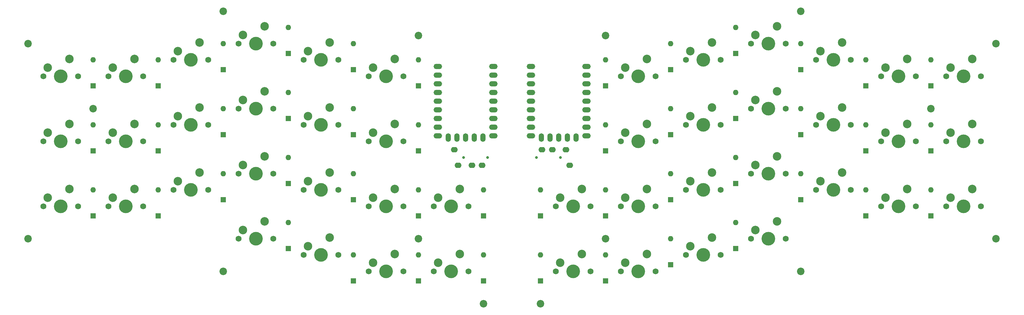
<source format=gbs>
G04 #@! TF.GenerationSoftware,KiCad,Pcbnew,7.0.8*
G04 #@! TF.CreationDate,2023-12-05T18:43:10+09:00*
G04 #@! TF.ProjectId,Keyboard,4b657962-6f61-4726-942e-6b696361645f,rev?*
G04 #@! TF.SameCoordinates,Original*
G04 #@! TF.FileFunction,Soldermask,Bot*
G04 #@! TF.FilePolarity,Negative*
%FSLAX46Y46*%
G04 Gerber Fmt 4.6, Leading zero omitted, Abs format (unit mm)*
G04 Created by KiCad (PCBNEW 7.0.8) date 2023-12-05 18:43:10*
%MOMM*%
%LPD*%
G01*
G04 APERTURE LIST*
%ADD10C,1.750000*%
%ADD11C,4.000000*%
%ADD12C,2.500000*%
%ADD13C,2.200000*%
%ADD14C,0.800000*%
%ADD15O,2.000000X1.600000*%
%ADD16O,2.500000X1.500000*%
%ADD17O,1.500000X2.500000*%
%ADD18R,1.600000X1.600000*%
%ADD19O,1.600000X1.600000*%
G04 APERTURE END LIST*
D10*
X33020000Y-76200000D03*
D11*
X38100000Y-76200000D03*
D10*
X43180000Y-76200000D03*
D12*
X34290000Y-73660000D03*
X40640000Y-71120000D03*
D13*
X292893750Y-28575000D03*
X292893750Y-85725000D03*
D10*
X221138750Y-47625000D03*
D11*
X226218750Y-47625000D03*
D10*
X231298750Y-47625000D03*
D12*
X222408750Y-45085000D03*
X228758750Y-42545000D03*
D13*
X9525000Y-28575000D03*
D10*
X183038750Y-76200000D03*
D11*
X188118750Y-76200000D03*
D10*
X193198750Y-76200000D03*
D12*
X184308750Y-73660000D03*
X190658750Y-71120000D03*
D10*
X33020000Y-38100000D03*
D11*
X38100000Y-38100000D03*
D10*
X43180000Y-38100000D03*
D12*
X34290000Y-35560000D03*
X40640000Y-33020000D03*
D10*
X259238750Y-76200000D03*
D11*
X264318750Y-76200000D03*
D10*
X269398750Y-76200000D03*
D12*
X260508750Y-73660000D03*
X266858750Y-71120000D03*
D10*
X221138750Y-28575000D03*
D11*
X226218750Y-28575000D03*
D10*
X231298750Y-28575000D03*
D12*
X222408750Y-26035000D03*
X228758750Y-23495000D03*
D10*
X202088750Y-52387500D03*
D11*
X207168750Y-52387500D03*
D10*
X212248750Y-52387500D03*
D12*
X203358750Y-49847500D03*
X209708750Y-47307500D03*
D10*
X109220000Y-38100000D03*
D11*
X114300000Y-38100000D03*
D10*
X119380000Y-38100000D03*
D12*
X110490000Y-35560000D03*
X116840000Y-33020000D03*
D10*
X71120000Y-47625000D03*
D11*
X76200000Y-47625000D03*
D10*
X81280000Y-47625000D03*
D12*
X72390000Y-45085000D03*
X78740000Y-42545000D03*
D10*
X52070000Y-71437500D03*
D11*
X57150000Y-71437500D03*
D10*
X62230000Y-71437500D03*
D12*
X53340000Y-68897500D03*
X59690000Y-66357500D03*
D13*
X178593750Y-26193750D03*
D10*
X183038750Y-57150000D03*
D11*
X188118750Y-57150000D03*
D10*
X193198750Y-57150000D03*
D12*
X184308750Y-54610000D03*
X190658750Y-52070000D03*
D10*
X13970000Y-38100000D03*
D11*
X19050000Y-38100000D03*
D10*
X24130000Y-38100000D03*
D12*
X15240000Y-35560000D03*
X21590000Y-33020000D03*
D10*
X278288750Y-57150000D03*
D11*
X283368750Y-57150000D03*
D10*
X288448750Y-57150000D03*
D12*
X279558750Y-54610000D03*
X285908750Y-52070000D03*
D10*
X202088750Y-90487500D03*
D11*
X207168750Y-90487500D03*
D10*
X212248750Y-90487500D03*
D12*
X203358750Y-87947500D03*
X209708750Y-85407500D03*
D13*
X28575000Y-47625000D03*
D14*
X144037500Y-61912500D03*
X137037500Y-61912500D03*
D15*
X134337500Y-59612500D03*
X135437500Y-64212500D03*
X139437500Y-64212500D03*
X142437500Y-64212500D03*
D10*
X221138750Y-85725000D03*
D11*
X226218750Y-85725000D03*
D10*
X231298750Y-85725000D03*
D12*
X222408750Y-83185000D03*
X228758750Y-80645000D03*
D13*
X9525000Y-85725000D03*
D14*
X158381250Y-61912500D03*
X165381250Y-61912500D03*
D15*
X168081250Y-64212500D03*
X166981250Y-59612500D03*
X162981250Y-59612500D03*
X159981250Y-59612500D03*
D10*
X71120000Y-85725000D03*
D11*
X76200000Y-85725000D03*
D10*
X81280000Y-85725000D03*
D12*
X72390000Y-83185000D03*
X78740000Y-80645000D03*
D10*
X202088750Y-33337500D03*
D11*
X207168750Y-33337500D03*
D10*
X212248750Y-33337500D03*
D12*
X203358750Y-30797500D03*
X209708750Y-28257500D03*
D10*
X259238750Y-57150000D03*
D11*
X264318750Y-57150000D03*
D10*
X269398750Y-57150000D03*
D12*
X260508750Y-54610000D03*
X266858750Y-52070000D03*
D10*
X221138750Y-66675000D03*
D11*
X226218750Y-66675000D03*
D10*
X231298750Y-66675000D03*
D12*
X222408750Y-64135000D03*
X228758750Y-61595000D03*
D13*
X178593750Y-85725000D03*
X273843750Y-47625000D03*
D10*
X109220000Y-95250000D03*
D11*
X114300000Y-95250000D03*
D10*
X119380000Y-95250000D03*
D12*
X110490000Y-92710000D03*
X116840000Y-90170000D03*
D10*
X163988750Y-76200000D03*
D11*
X169068750Y-76200000D03*
D10*
X174148750Y-76200000D03*
D12*
X165258750Y-73660000D03*
X171608750Y-71120000D03*
D13*
X123825000Y-85725000D03*
D10*
X183038750Y-95250000D03*
D11*
X188118750Y-95250000D03*
D10*
X193198750Y-95250000D03*
D12*
X184308750Y-92710000D03*
X190658750Y-90170000D03*
D13*
X66675000Y-19050000D03*
D10*
X109220000Y-76200000D03*
D11*
X114300000Y-76200000D03*
D10*
X119380000Y-76200000D03*
D12*
X110490000Y-73660000D03*
X116840000Y-71120000D03*
D10*
X278288750Y-38100000D03*
D11*
X283368750Y-38100000D03*
D10*
X288448750Y-38100000D03*
D12*
X279558750Y-35560000D03*
X285908750Y-33020000D03*
D13*
X142875000Y-104775000D03*
X235743750Y-95250000D03*
D10*
X240188750Y-71437500D03*
D11*
X245268750Y-71437500D03*
D10*
X250348750Y-71437500D03*
D12*
X241458750Y-68897500D03*
X247808750Y-66357500D03*
D10*
X183038750Y-38100000D03*
D11*
X188118750Y-38100000D03*
D10*
X193198750Y-38100000D03*
D12*
X184308750Y-35560000D03*
X190658750Y-33020000D03*
D10*
X240188750Y-52387500D03*
D11*
X245268750Y-52387500D03*
D10*
X250348750Y-52387500D03*
D12*
X241458750Y-49847500D03*
X247808750Y-47307500D03*
D13*
X235743750Y-19050000D03*
D16*
X145707500Y-35240000D03*
X145707500Y-37780000D03*
X145707500Y-40320000D03*
X145707500Y-42860000D03*
X145707500Y-45400000D03*
X145707500Y-47940000D03*
X145707500Y-50480000D03*
X145707500Y-53020000D03*
X145707500Y-55560000D03*
D17*
X142667500Y-56060000D03*
X140127500Y-56060000D03*
X137587500Y-56060000D03*
X135047500Y-56060000D03*
X132507500Y-56060000D03*
D16*
X129467500Y-55560000D03*
X129467500Y-53020000D03*
X129467500Y-50480000D03*
X129467500Y-47940000D03*
X129467500Y-45400000D03*
X129467500Y-42860000D03*
X129467500Y-40320000D03*
X129467500Y-37780000D03*
X129467500Y-35240000D03*
D13*
X66675000Y-95250000D03*
X123825000Y-26193750D03*
D10*
X259238750Y-38100000D03*
D11*
X264318750Y-38100000D03*
D10*
X269398750Y-38100000D03*
D12*
X260508750Y-35560000D03*
X266858750Y-33020000D03*
D10*
X13970000Y-57150000D03*
D11*
X19050000Y-57150000D03*
D10*
X24130000Y-57150000D03*
D12*
X15240000Y-54610000D03*
X21590000Y-52070000D03*
D10*
X90170000Y-71437500D03*
D11*
X95250000Y-71437500D03*
D10*
X100330000Y-71437500D03*
D12*
X91440000Y-68897500D03*
X97790000Y-66357500D03*
D10*
X202088750Y-71437500D03*
D11*
X207168750Y-71437500D03*
D10*
X212248750Y-71437500D03*
D12*
X203358750Y-68897500D03*
X209708750Y-66357500D03*
D10*
X52070000Y-52387500D03*
D11*
X57150000Y-52387500D03*
D10*
X62230000Y-52387500D03*
D12*
X53340000Y-49847500D03*
X59690000Y-47307500D03*
D10*
X278288750Y-76200000D03*
D11*
X283368750Y-76200000D03*
D10*
X288448750Y-76200000D03*
D12*
X279558750Y-73660000D03*
X285908750Y-71120000D03*
D10*
X52070000Y-33337500D03*
D11*
X57150000Y-33337500D03*
D10*
X62230000Y-33337500D03*
D12*
X53340000Y-30797500D03*
X59690000Y-28257500D03*
D10*
X33020000Y-57150000D03*
D11*
X38100000Y-57150000D03*
D10*
X43180000Y-57150000D03*
D12*
X34290000Y-54610000D03*
X40640000Y-52070000D03*
D10*
X71120000Y-66675000D03*
D11*
X76200000Y-66675000D03*
D10*
X81280000Y-66675000D03*
D12*
X72390000Y-64135000D03*
X78740000Y-61595000D03*
D13*
X159543750Y-104775000D03*
D10*
X71120000Y-28575000D03*
D11*
X76200000Y-28575000D03*
D10*
X81280000Y-28575000D03*
D12*
X72390000Y-26035000D03*
X78740000Y-23495000D03*
D16*
X172951250Y-35240000D03*
X172951250Y-37780000D03*
X172951250Y-40320000D03*
X172951250Y-42860000D03*
X172951250Y-45400000D03*
X172951250Y-47940000D03*
X172951250Y-50480000D03*
X172951250Y-53020000D03*
X172951250Y-55560000D03*
D17*
X169911250Y-56060000D03*
X167371250Y-56060000D03*
X164831250Y-56060000D03*
X162291250Y-56060000D03*
X159751250Y-56060000D03*
D16*
X156711250Y-55560000D03*
X156711250Y-53020000D03*
X156711250Y-50480000D03*
X156711250Y-47940000D03*
X156711250Y-45400000D03*
X156711250Y-42860000D03*
X156711250Y-40320000D03*
X156711250Y-37780000D03*
X156711250Y-35240000D03*
D10*
X109220000Y-57150000D03*
D11*
X114300000Y-57150000D03*
D10*
X119380000Y-57150000D03*
D12*
X110490000Y-54610000D03*
X116840000Y-52070000D03*
D10*
X163988750Y-95250000D03*
D11*
X169068750Y-95250000D03*
D10*
X174148750Y-95250000D03*
D12*
X165258750Y-92710000D03*
X171608750Y-90170000D03*
D10*
X90170000Y-52387500D03*
D11*
X95250000Y-52387500D03*
D10*
X100330000Y-52387500D03*
D12*
X91440000Y-49847500D03*
X97790000Y-47307500D03*
D10*
X90170000Y-90487500D03*
D11*
X95250000Y-90487500D03*
D10*
X100330000Y-90487500D03*
D12*
X91440000Y-87947500D03*
X97790000Y-85407500D03*
D10*
X90170000Y-33337500D03*
D11*
X95250000Y-33337500D03*
D10*
X100330000Y-33337500D03*
D12*
X91440000Y-30797500D03*
X97790000Y-28257500D03*
D10*
X240188750Y-33337500D03*
D11*
X245268750Y-33337500D03*
D10*
X250348750Y-33337500D03*
D12*
X241458750Y-30797500D03*
X247808750Y-28257500D03*
D10*
X13970000Y-76200000D03*
D11*
X19050000Y-76200000D03*
D10*
X24130000Y-76200000D03*
D12*
X15240000Y-73660000D03*
X21590000Y-71120000D03*
D10*
X128270000Y-95250000D03*
D11*
X133350000Y-95250000D03*
D10*
X138430000Y-95250000D03*
D12*
X129540000Y-92710000D03*
X135890000Y-90170000D03*
D10*
X128270000Y-76200000D03*
D11*
X133350000Y-76200000D03*
D10*
X138430000Y-76200000D03*
D12*
X129540000Y-73660000D03*
X135890000Y-71120000D03*
D18*
X178593750Y-98107500D03*
D19*
X178593750Y-90487500D03*
D18*
X142875000Y-98107500D03*
D19*
X142875000Y-90487500D03*
D18*
X273843750Y-40957500D03*
D19*
X273843750Y-33337500D03*
D18*
X159543750Y-98107500D03*
D19*
X159543750Y-90487500D03*
D18*
X178593750Y-79057500D03*
D19*
X178593750Y-71437500D03*
D18*
X85725000Y-69532500D03*
D19*
X85725000Y-61912500D03*
D18*
X235743750Y-74295000D03*
D19*
X235743750Y-66675000D03*
D18*
X85725000Y-31432500D03*
D19*
X85725000Y-23812500D03*
D18*
X216693750Y-50482500D03*
D19*
X216693750Y-42862500D03*
D18*
X273843750Y-60007500D03*
D19*
X273843750Y-52387500D03*
D18*
X28575000Y-79057500D03*
D19*
X28575000Y-71437500D03*
D18*
X197643750Y-36195000D03*
D19*
X197643750Y-28575000D03*
D18*
X254793750Y-79057500D03*
D19*
X254793750Y-71437500D03*
D18*
X123825000Y-98107500D03*
D19*
X123825000Y-90487500D03*
D18*
X216693750Y-69532500D03*
D19*
X216693750Y-61912500D03*
D18*
X235743750Y-55245000D03*
D19*
X235743750Y-47625000D03*
D18*
X28575000Y-40957500D03*
D19*
X28575000Y-33337500D03*
D18*
X85725000Y-88582500D03*
D19*
X85725000Y-80962500D03*
D18*
X254793750Y-60007500D03*
D19*
X254793750Y-52387500D03*
D18*
X197643750Y-55245000D03*
D19*
X197643750Y-47625000D03*
D18*
X66675000Y-55245000D03*
D19*
X66675000Y-47625000D03*
D18*
X178593750Y-60007500D03*
D19*
X178593750Y-52387500D03*
D18*
X66675000Y-74295000D03*
D19*
X66675000Y-66675000D03*
D18*
X142875000Y-79057500D03*
D19*
X142875000Y-71437500D03*
D18*
X235743750Y-36195000D03*
D19*
X235743750Y-28575000D03*
D18*
X47625000Y-79057500D03*
D19*
X47625000Y-71437500D03*
D18*
X66675000Y-36195000D03*
D19*
X66675000Y-28575000D03*
D18*
X123825000Y-40957500D03*
D19*
X123825000Y-33337500D03*
D18*
X273843750Y-79057500D03*
D19*
X273843750Y-71437500D03*
D18*
X159543750Y-79057500D03*
D19*
X159543750Y-71437500D03*
D18*
X47625000Y-60007500D03*
D19*
X47625000Y-52387500D03*
D18*
X197643750Y-93345000D03*
D19*
X197643750Y-85725000D03*
D18*
X47625000Y-40957500D03*
D19*
X47625000Y-33337500D03*
D18*
X104775000Y-36195000D03*
D19*
X104775000Y-28575000D03*
D18*
X216693750Y-31432500D03*
D19*
X216693750Y-23812500D03*
D18*
X254793750Y-40957500D03*
D19*
X254793750Y-33337500D03*
D18*
X28575000Y-60007500D03*
D19*
X28575000Y-52387500D03*
D18*
X104775000Y-55245000D03*
D19*
X104775000Y-47625000D03*
D18*
X123825000Y-60007500D03*
D19*
X123825000Y-52387500D03*
D18*
X104775000Y-98107500D03*
D19*
X104775000Y-90487500D03*
D18*
X216693750Y-88582500D03*
D19*
X216693750Y-80962500D03*
D18*
X85725000Y-50482500D03*
D19*
X85725000Y-42862500D03*
D18*
X123825000Y-79057500D03*
D19*
X123825000Y-71437500D03*
D18*
X178593750Y-40957500D03*
D19*
X178593750Y-33337500D03*
D18*
X104775000Y-74295000D03*
D19*
X104775000Y-66675000D03*
D18*
X197643750Y-74295000D03*
D19*
X197643750Y-66675000D03*
M02*

</source>
